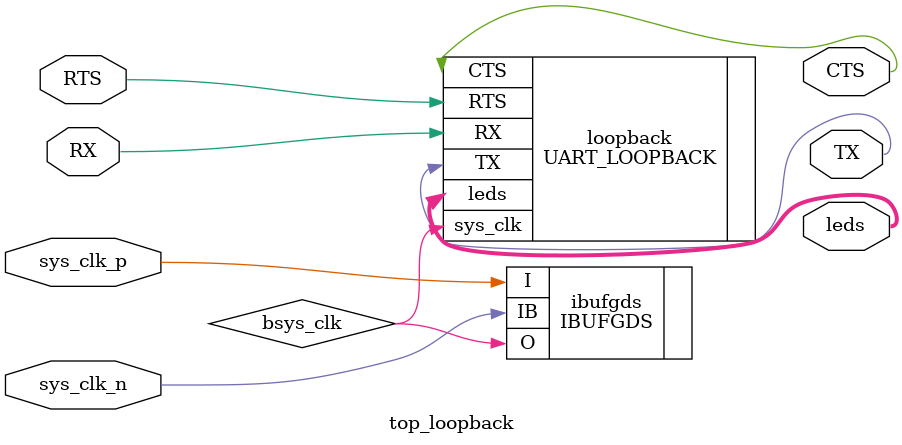
<source format=v>
`timescale 1ns / 1ps
module top_loopback(
		// UART USB ports
		input sys_clk_p, // 200 MHZ on SP605
		input sys_clk_n, // 200 MHZ on SP605
		output CTS,// I am ready to receive data
		input RTS, // USB Clear to send
		output TX, // Output to USB
		input RX,  // Input to USB
		output [3:0] leds
    );
	 
	 wire bsys_clk; //Buffered clock
	 
	 UART_LOOPBACK loopback(
	 // UART USB ports
	 .sys_clk(bsys_clk), // 200 MHZ on SP605
    .CTS(CTS),// I am ready to receive data
    .RTS(RTS), // USB Clear to send
    .TX(TX), // Output to USB
    .RX(RX),  // Input to USB
	 .leds(leds)
    );
	 
	 /*
	 IBUFG ibufg(
	 .I(sys_clk),
	 .O(bsys_clk)
	 );
	 */
	 
	 IBUFGDS ibufgds(
	 .I(sys_clk_p),
	 .IB(sys_clk_n),
	 .O(bsys_clk)
	 );


endmodule

</source>
